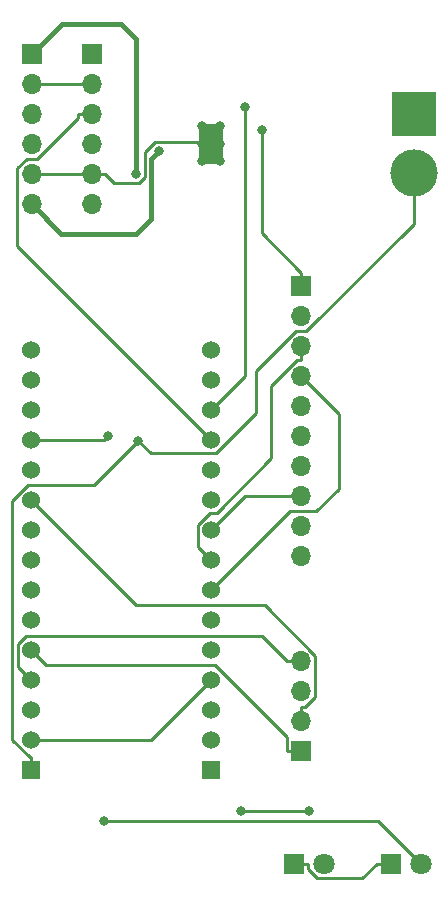
<source format=gbr>
%TF.GenerationSoftware,KiCad,Pcbnew,(6.0.7)*%
%TF.CreationDate,2023-08-01T01:27:09+09:00*%
%TF.ProjectId,graduate-project,67726164-7561-4746-952d-70726f6a6563,rev?*%
%TF.SameCoordinates,Original*%
%TF.FileFunction,Copper,L2,Bot*%
%TF.FilePolarity,Positive*%
%FSLAX46Y46*%
G04 Gerber Fmt 4.6, Leading zero omitted, Abs format (unit mm)*
G04 Created by KiCad (PCBNEW (6.0.7)) date 2023-08-01 01:27:09*
%MOMM*%
%LPD*%
G01*
G04 APERTURE LIST*
%TA.AperFunction,ComponentPad*%
%ADD10R,1.700000X1.700000*%
%TD*%
%TA.AperFunction,ComponentPad*%
%ADD11O,1.700000X1.700000*%
%TD*%
%TA.AperFunction,ComponentPad*%
%ADD12R,1.800000X1.800000*%
%TD*%
%TA.AperFunction,ComponentPad*%
%ADD13C,1.800000*%
%TD*%
%TA.AperFunction,ComponentPad*%
%ADD14R,1.530000X1.530000*%
%TD*%
%TA.AperFunction,ComponentPad*%
%ADD15C,1.530000*%
%TD*%
%TA.AperFunction,SMDPad,CuDef*%
%ADD16R,2.000000X3.500000*%
%TD*%
%TA.AperFunction,ComponentPad*%
%ADD17C,0.800000*%
%TD*%
%TA.AperFunction,ComponentPad*%
%ADD18R,3.800000X3.800000*%
%TD*%
%TA.AperFunction,ComponentPad*%
%ADD19C,4.000000*%
%TD*%
%TA.AperFunction,ViaPad*%
%ADD20C,0.800000*%
%TD*%
%TA.AperFunction,Conductor*%
%ADD21C,0.250000*%
%TD*%
%TA.AperFunction,Conductor*%
%ADD22C,0.400000*%
%TD*%
G04 APERTURE END LIST*
D10*
%TO.P,J2,1,VCC*%
%TO.N,ENC_VCC*%
X78740000Y-61625000D03*
D11*
%TO.P,J2,2,GND*%
%TO.N,BATT_GND*%
X78740000Y-64165000D03*
%TO.P,J2,3,SCL*%
%TO.N,GY_SCL*%
X78740000Y-66705000D03*
%TO.P,J2,4,SDA*%
%TO.N,GY_SDA*%
X78740000Y-69245000D03*
%TO.P,J2,5,EDA*%
%TO.N,unconnected-(J2-Pad5)*%
X78740000Y-71785000D03*
%TO.P,J2,6,ECL*%
%TO.N,unconnected-(J2-Pad6)*%
X78740000Y-74325000D03*
%TO.P,J2,7,AD0*%
%TO.N,unconnected-(J2-Pad7)*%
X78740000Y-76865000D03*
%TO.P,J2,8,INT*%
%TO.N,GY_INT*%
X78740000Y-79405000D03*
%TO.P,J2,9,NCS*%
%TO.N,unconnected-(J2-Pad9)*%
X78740000Y-81945000D03*
%TO.P,J2,10,FSYNC*%
%TO.N,unconnected-(J2-Pad10)*%
X78740000Y-84485000D03*
%TD*%
D12*
%TO.P,D1,1,K*%
%TO.N,BATT_GND*%
X78100000Y-110490000D03*
D13*
%TO.P,D1,2,A*%
%TO.N,Net-(D1-Pad2)*%
X80640000Y-110490000D03*
%TD*%
D12*
%TO.P,D2,1,K*%
%TO.N,BATT_GND*%
X86355000Y-110490000D03*
D13*
%TO.P,D2,2,A*%
%TO.N,Net-(D2-Pad2)*%
X88895000Y-110490000D03*
%TD*%
D14*
%TO.P,U1,CN3_1,PA9*%
%TO.N,ENC_1B*%
X71120000Y-102575000D03*
D15*
%TO.P,U1,CN3_2,PA10*%
%TO.N,M_IN2*%
X71120000Y-100035000D03*
%TO.P,U1,CN3_3,NRST_CN3*%
%TO.N,unconnected-(U1-PadCN3_3)*%
X71120000Y-97495000D03*
%TO.P,U1,CN3_4,GND_CN3*%
%TO.N,BATT_GND*%
X71120000Y-94955000D03*
%TO.P,U1,CN3_5,PA12*%
%TO.N,unconnected-(U1-PadCN3_5)*%
X71120000Y-92415000D03*
%TO.P,U1,CN3_6,PB0*%
%TO.N,M_FAULT*%
X71120000Y-89875000D03*
%TO.P,U1,CN3_7,PB7*%
%TO.N,GY_SDA*%
X71120000Y-87335000D03*
%TO.P,U1,CN3_8,PB6*%
%TO.N,GY_SCL*%
X71120000Y-84795000D03*
%TO.P,U1,CN3_9,PB1*%
%TO.N,GY_INT*%
X71120000Y-82255000D03*
%TO.P,U1,CN3_10,PC14*%
%TO.N,unconnected-(U1-PadCN3_10)*%
X71120000Y-79715000D03*
%TO.P,U1,CN3_11,PC15*%
%TO.N,unconnected-(U1-PadCN3_11)*%
X71120000Y-77175000D03*
%TO.P,U1,CN3_12,PA8*%
%TO.N,ENC_1A*%
X71120000Y-74635000D03*
%TO.P,U1,CN3_13,PA11*%
%TO.N,M_IN1*%
X71120000Y-72095000D03*
%TO.P,U1,CN3_14,PB5*%
%TO.N,unconnected-(U1-PadCN3_14)*%
X71120000Y-69555000D03*
%TO.P,U1,CN3_15,PB4*%
%TO.N,LED_ERR*%
X71120000Y-67015000D03*
D14*
%TO.P,U1,CN4_1,VIN*%
%TO.N,BATT_VIN*%
X55880000Y-102575000D03*
D15*
%TO.P,U1,CN4_2,GND_CN4*%
%TO.N,BATT_GND*%
X55880000Y-100035000D03*
%TO.P,U1,CN4_3,NRST_CN4*%
%TO.N,unconnected-(U1-PadCN4_3)*%
X55880000Y-97495000D03*
%TO.P,U1,CN4_4,+5V*%
%TO.N,ENC_VCC*%
X55880000Y-94955000D03*
%TO.P,U1,CN4_5,PA2*%
%TO.N,HM_RX*%
X55880000Y-92415000D03*
%TO.P,U1,CN4_6,PA7*%
%TO.N,M_OFF*%
X55880000Y-89875000D03*
%TO.P,U1,CN4_7,PA6*%
%TO.N,unconnected-(U1-PadCN4_7)*%
X55880000Y-87335000D03*
%TO.P,U1,CN4_8,PA5*%
%TO.N,ENC_2A*%
X55880000Y-84795000D03*
%TO.P,U1,CN4_9,PA4*%
%TO.N,unconnected-(U1-PadCN4_9)*%
X55880000Y-82255000D03*
%TO.P,U1,CN4_10,PA3*%
%TO.N,HM_TX*%
X55880000Y-79715000D03*
%TO.P,U1,CN4_11,PA1*%
%TO.N,ENC_2B*%
X55880000Y-77175000D03*
%TO.P,U1,CN4_12,PA0*%
%TO.N,Net-(R1-Pad1)*%
X55880000Y-74635000D03*
%TO.P,U1,CN4_13,AREF*%
%TO.N,unconnected-(U1-PadCN4_13)*%
X55880000Y-72095000D03*
%TO.P,U1,CN4_14,+3V3*%
%TO.N,unconnected-(U1-PadCN4_14)*%
X55880000Y-69555000D03*
%TO.P,U1,CN4_15,PB3*%
%TO.N,LED_RUN*%
X55880000Y-67015000D03*
%TD*%
D16*
%TO.P,U2,17,PPAD*%
%TO.N,BATT_GND*%
X71120000Y-49530000D03*
D17*
X71870000Y-51030000D03*
X71870000Y-48030000D03*
X70370000Y-51030000D03*
X70370000Y-48030000D03*
X70370000Y-49530000D03*
X71870000Y-49530000D03*
%TD*%
D10*
%TO.P,J5,1,M+*%
%TO.N,Net-(J5-Pad1)*%
X55905000Y-41935000D03*
D11*
%TO.P,J5,2,ENC_VCC*%
%TO.N,ENC_VCC*%
X55905000Y-44475000D03*
%TO.P,J5,3,ENC_A*%
%TO.N,ENC_2A*%
X55905000Y-47015000D03*
%TO.P,J5,4,ENC_B*%
%TO.N,ENC_2B*%
X55905000Y-49555000D03*
%TO.P,J5,5,ENC_GND*%
%TO.N,BATT_GND*%
X55905000Y-52095000D03*
%TO.P,J5,6,M-*%
%TO.N,Net-(J5-Pad6)*%
X55905000Y-54635000D03*
%TD*%
D10*
%TO.P,J3,1,RX*%
%TO.N,HM_RX*%
X78715000Y-100955000D03*
D11*
%TO.P,J3,2,TX*%
%TO.N,HM_TX*%
X78715000Y-98415000D03*
%TO.P,J3,3,GND*%
%TO.N,BATT_GND*%
X78715000Y-95875000D03*
%TO.P,J3,4,VCC*%
%TO.N,ENC_VCC*%
X78715000Y-93335000D03*
%TD*%
D18*
%TO.P,J1,1,Pin_1*%
%TO.N,BATT_GND*%
X88265000Y-46990000D03*
D19*
%TO.P,J1,2,Pin_2*%
%TO.N,BATT_VIN*%
X88265000Y-51990000D03*
%TD*%
D10*
%TO.P,J4,1,M+*%
%TO.N,Net-(J4-Pad1)*%
X60985000Y-41935000D03*
D11*
%TO.P,J4,2,ENC_VCC*%
%TO.N,ENC_VCC*%
X60985000Y-44475000D03*
%TO.P,J4,3,ENC_A*%
%TO.N,ENC_1A*%
X60985000Y-47015000D03*
%TO.P,J4,4,ENC_B*%
%TO.N,ENC_1B*%
X60985000Y-49555000D03*
%TO.P,J4,5,ENC_GND*%
%TO.N,BATT_GND*%
X60985000Y-52095000D03*
%TO.P,J4,6,M-*%
%TO.N,Net-(J4-Pad6)*%
X60985000Y-54635000D03*
%TD*%
D20*
%TO.N,BATT_VIN*%
X64943000Y-74715500D03*
%TO.N,Net-(D2-Pad2)*%
X62073800Y-106870000D03*
%TO.N,ENC_VCC*%
X75379300Y-48349300D03*
%TO.N,Net-(J5-Pad1)*%
X64770000Y-52070000D03*
%TO.N,Net-(J5-Pad6)*%
X66675000Y-50165000D03*
%TO.N,Net-(R1-Pad1)*%
X62398100Y-74290000D03*
%TO.N,M_IN2*%
X73660000Y-106045000D03*
X79375000Y-106045000D03*
%TO.N,M_IN1*%
X73982500Y-46450000D03*
%TD*%
D21*
%TO.N,BATT_VIN*%
X65984100Y-75756600D02*
X64943000Y-74715500D01*
X88265000Y-51990000D02*
X88265000Y-56315600D01*
X55577000Y-78445000D02*
X54263500Y-79758500D01*
X54263500Y-100003100D02*
X55743500Y-101483100D01*
X79145600Y-65435000D02*
X78281900Y-65435000D01*
X55880000Y-102575000D02*
X55880000Y-101483100D01*
X88265000Y-56315600D02*
X79145600Y-65435000D01*
X64943000Y-74715500D02*
X61213500Y-78445000D01*
X78281900Y-65435000D02*
X74928900Y-68788000D01*
X74928900Y-68788000D02*
X74928900Y-72377000D01*
X61213500Y-78445000D02*
X55577000Y-78445000D01*
X55743500Y-101483100D02*
X55880000Y-101483100D01*
X54263500Y-79758500D02*
X54263500Y-100003100D01*
X74928900Y-72377000D02*
X71549300Y-75756600D01*
X71549300Y-75756600D02*
X65984100Y-75756600D01*
%TO.N,BATT_GND*%
X80093700Y-111716900D02*
X83901200Y-111716900D01*
X65505000Y-50249800D02*
X65505000Y-52368200D01*
X65032600Y-52840600D02*
X62907500Y-52840600D01*
X70370000Y-49530000D02*
X70235900Y-49395900D01*
X86355000Y-110490000D02*
X85128100Y-110490000D01*
X55905000Y-52095000D02*
X60985000Y-52095000D01*
X66358900Y-49395900D02*
X65505000Y-50249800D01*
X78100000Y-110490000D02*
X79326900Y-110490000D01*
X66040000Y-100035000D02*
X55880000Y-100035000D01*
X71870000Y-49530000D02*
X71120000Y-49530000D01*
X70235900Y-49395900D02*
X66358900Y-49395900D01*
X60985000Y-52095000D02*
X62161900Y-52095000D01*
X79326900Y-110490000D02*
X79326900Y-110950100D01*
X65505000Y-52368200D02*
X65032600Y-52840600D01*
X62907500Y-52840600D02*
X62161900Y-52095000D01*
X71120000Y-94955000D02*
X66040000Y-100035000D01*
X83901200Y-111716900D02*
X85128100Y-110490000D01*
X79326900Y-110950100D02*
X80093700Y-111716900D01*
%TO.N,Net-(D2-Pad2)*%
X88895000Y-110490000D02*
X85275000Y-106870000D01*
X85275000Y-106870000D02*
X62073800Y-106870000D01*
%TO.N,ENC_VCC*%
X78740000Y-60448100D02*
X75379300Y-57087400D01*
X78715000Y-93335000D02*
X77538100Y-93335000D01*
X54752500Y-91922500D02*
X55432800Y-91242200D01*
X54752500Y-93827500D02*
X54752500Y-91922500D01*
X78740000Y-61625000D02*
X78740000Y-60448100D01*
X75379300Y-57087400D02*
X75379300Y-48349300D01*
X55432800Y-91242200D02*
X75445300Y-91242200D01*
X75445300Y-91242200D02*
X77538100Y-93335000D01*
X60985000Y-44475000D02*
X55905000Y-44475000D01*
X55880000Y-94955000D02*
X54752500Y-93827500D01*
%TO.N,GY_SCL*%
X78740000Y-67881900D02*
X78740000Y-66705000D01*
X69996600Y-83671600D02*
X69996600Y-81814100D01*
X76200000Y-70056100D02*
X78374200Y-67881900D01*
X76200000Y-76182500D02*
X76200000Y-70056100D01*
X71003800Y-80806900D02*
X71575600Y-80806900D01*
X71575600Y-80806900D02*
X76200000Y-76182500D01*
X69996600Y-81814100D02*
X71003800Y-80806900D01*
X78374200Y-67881900D02*
X78740000Y-67881900D01*
X71120000Y-84795000D02*
X69996600Y-83671600D01*
%TO.N,GY_SDA*%
X71120000Y-87335000D02*
X77780000Y-80675000D01*
X77780000Y-80675000D02*
X79980000Y-80675000D01*
X81915000Y-78740000D02*
X81915000Y-72420000D01*
X79980000Y-80675000D02*
X81915000Y-78740000D01*
X81915000Y-72420000D02*
X78740000Y-69245000D01*
%TO.N,GY_INT*%
X71120000Y-82255000D02*
X73970000Y-79405000D01*
X73970000Y-79405000D02*
X78740000Y-79405000D01*
%TO.N,HM_RX*%
X71445000Y-93685000D02*
X57150000Y-93685000D01*
X77538100Y-100955000D02*
X77538100Y-99778100D01*
X57150000Y-93685000D02*
X55880000Y-92415000D01*
X77538100Y-99778100D02*
X71445000Y-93685000D01*
X78715000Y-100955000D02*
X77538100Y-100955000D01*
%TO.N,HM_TX*%
X78715000Y-98415000D02*
X78715000Y-97238100D01*
X64770000Y-88605000D02*
X55880000Y-79715000D01*
X79934300Y-96386600D02*
X79934300Y-92887800D01*
X78715000Y-97238100D02*
X79082800Y-97238100D01*
X75651500Y-88605000D02*
X64770000Y-88605000D01*
X79934300Y-92887800D02*
X75651500Y-88605000D01*
X79082800Y-97238100D02*
X79934300Y-96386600D01*
%TO.N,ENC_1A*%
X54691200Y-51623300D02*
X55489500Y-50825000D01*
X71120000Y-74635000D02*
X54691200Y-58206200D01*
X56363900Y-50825000D02*
X59808100Y-47380800D01*
X55489500Y-50825000D02*
X56363900Y-50825000D01*
X54691200Y-58206200D02*
X54691200Y-51623300D01*
X59808100Y-47380800D02*
X59808100Y-47015000D01*
X60985000Y-47015000D02*
X59808100Y-47015000D01*
D22*
%TO.N,Net-(J5-Pad1)*%
X64770000Y-52070000D02*
X64770000Y-40640000D01*
X63500000Y-39370000D02*
X58470000Y-39370000D01*
X58470000Y-39370000D02*
X55905000Y-41935000D01*
X64770000Y-40640000D02*
X63500000Y-39370000D01*
%TO.N,Net-(J5-Pad6)*%
X58420000Y-57150000D02*
X55905000Y-54635000D01*
X66040000Y-55880000D02*
X64770000Y-57150000D01*
X64770000Y-57150000D02*
X58420000Y-57150000D01*
X66675000Y-50165000D02*
X66040000Y-50800000D01*
X66040000Y-50800000D02*
X66040000Y-55880000D01*
D21*
%TO.N,Net-(R1-Pad1)*%
X62053100Y-74635000D02*
X62398100Y-74290000D01*
X55880000Y-74635000D02*
X62053100Y-74635000D01*
%TO.N,M_IN2*%
X73660000Y-106045000D02*
X79375000Y-106045000D01*
%TO.N,M_IN1*%
X73982500Y-69232500D02*
X73982500Y-46450000D01*
X71120000Y-72095000D02*
X73982500Y-69232500D01*
%TD*%
M02*

</source>
